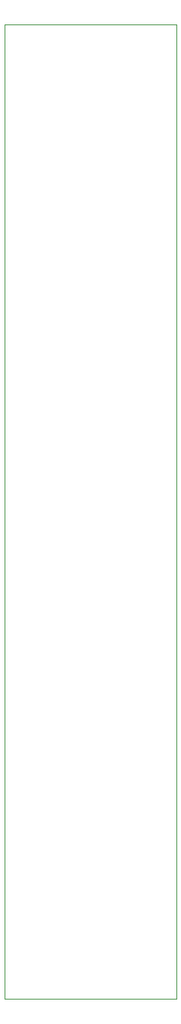
<source format=gm1>
G04 #@! TF.GenerationSoftware,KiCad,Pcbnew,6.0.4-6f826c9f35~116~ubuntu18.04.1*
G04 #@! TF.CreationDate,2022-10-10T17:48:02-04:00*
G04 #@! TF.ProjectId,4UP,3455502e-6b69-4636-9164-5f7063625858,rev?*
G04 #@! TF.SameCoordinates,Original*
G04 #@! TF.FileFunction,Profile,NP*
%FSLAX46Y46*%
G04 Gerber Fmt 4.6, Leading zero omitted, Abs format (unit mm)*
G04 Created by KiCad (PCBNEW 6.0.4-6f826c9f35~116~ubuntu18.04.1) date 2022-10-10 17:48:02*
%MOMM*%
%LPD*%
G01*
G04 APERTURE LIST*
G04 #@! TA.AperFunction,Profile*
%ADD10C,0.100000*%
G04 #@! TD*
G04 APERTURE END LIST*
D10*
X31500000Y-40250000D02*
X50500000Y-40250000D01*
X50500000Y-40250000D02*
X50500000Y-148250000D01*
X50500000Y-148250000D02*
X31500000Y-148250000D01*
X31500000Y-148250000D02*
X31500000Y-40250000D01*
M02*

</source>
